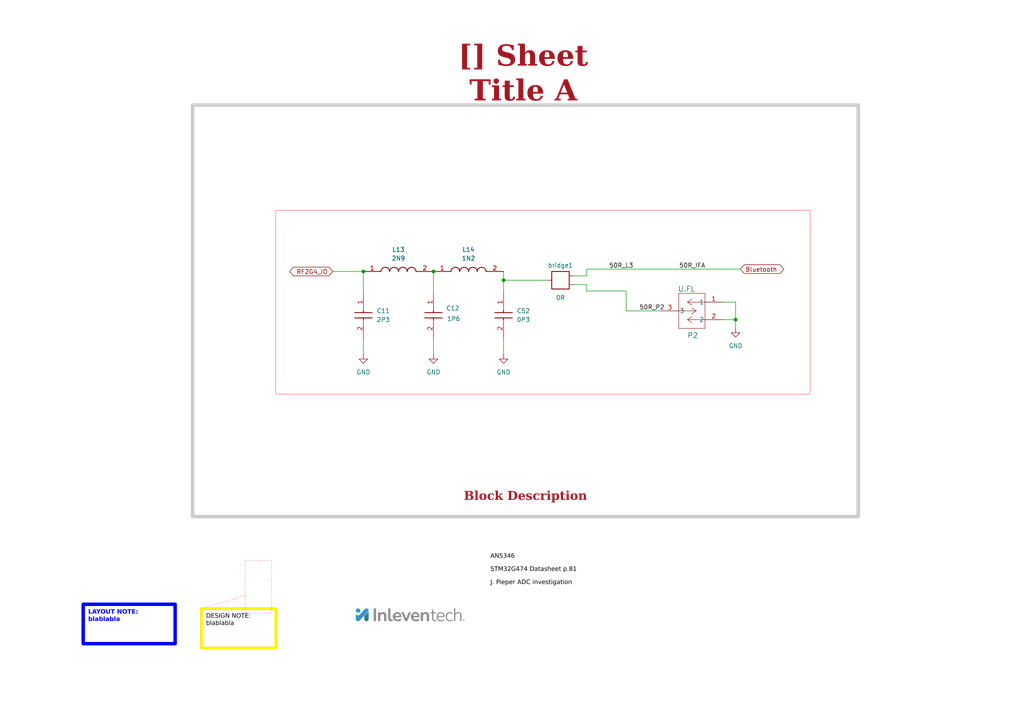
<source format=kicad_sch>
(kicad_sch (version 20250114) (generator "eeschema") (generator_version "9.0")
  (paper "A4")
  (title_block (title "Sheet Title A") (date "2025-11-08") (rev "${REVISION}") (company "${COMPANY}"))
  (lib_symbols
    (symbol "Bluetooth:R" (pin_numbers (hide yes)) (pin_names (offset 0))
      (property "Reference" "R1" (at -4.318 0.254 90))
      (property "Value" "0R" (at 4.572 0 90))
      (symbol "R_0_1"
        (rectangle (start -2.54 2.54) (end 2.54 -2.54) (stroke (width 0.254)))
      )
      (symbol "R_1_1"
        (pin passive line (at -1.27 3.81 270) (length 1.27) (name "~") (number "2"))
        (pin passive line (at 0 -3.81 90) (length 1.27) (name "~") (number "1"))
        (pin passive line (at 1.27 3.81 270) (length 1.27) (name "~") (number "3"))
      )
    )
    (symbol "Bluetooth____LoRa:20279-001E-01" (pin_names (offset 0.254))
      (property "Reference" "P2" (at 9.144 -9.652 0))
      (property "Value" "U.FL" (at 7.366 3.81 0))
      (symbol "20279-001E-01_1_1"
        (polyline (pts (xy 5.08 2.54) (xy 5.08 -7.62)) (stroke (width 0.127)))
        (polyline (pts (xy 5.08 -7.62) (xy 12.7 -7.62)) (stroke (width 0.127)))
        (polyline (pts (xy 7.62 0) (xy 8.89 0.8467)) (stroke (width 0.127)))
        (polyline (pts (xy 7.62 0) (xy 8.89 -0.8467)) (stroke (width 0.127)))
        (polyline (pts (xy 7.62 0) (xy 12.7 0)) (stroke (width 0.127)))
        (polyline (pts (xy 7.62 -5.08) (xy 8.89 -4.2333)) (stroke (width 0.127)))
        (polyline (pts (xy 7.62 -5.08) (xy 8.89 -5.9267)) (stroke (width 0.127)))
        (polyline (pts (xy 7.62 -5.08) (xy 12.7 -5.08)) (stroke (width 0.127)))
        (polyline (pts (xy 10.16 -2.54) (xy 5.08 -2.54)) (stroke (width 0.127)))
        (polyline (pts (xy 10.16 -2.54) (xy 8.89 -1.6933)) (stroke (width 0.127)))
        (polyline (pts (xy 10.16 -2.54) (xy 8.89 -3.3867)) (stroke (width 0.127)))
        (polyline (pts (xy 12.7 2.54) (xy 5.08 2.54)) (stroke (width 0.127)))
        (polyline (pts (xy 12.7 -7.62) (xy 12.7 2.54)) (stroke (width 0.127)))
        (pin unspecified line (at 0 -2.54 0) (length 5.08) (name "3") (number "3"))
        (pin unspecified line (at 17.78 0 180) (length 5.08) (name "1") (number "1"))
        (pin unspecified line (at 17.78 -5.08 180) (length 5.08) (name "2") (number "2"))
      )
      (symbol "20279-001E-01_1_2"
        (polyline (pts (xy 5.08 2.54) (xy 5.08 -7.62)) (stroke (width 0.127)))
        (polyline (pts (xy 5.08 -7.62) (xy 12.7 -7.62)) (stroke (width 0.127)))
        (polyline (pts (xy 7.62 0) (xy 5.08 0)) (stroke (width 0.127)))
        (polyline (pts (xy 7.62 0) (xy 8.89 0.8467)) (stroke (width 0.127)))
        (polyline (pts (xy 7.62 0) (xy 8.89 -0.8467)) (stroke (width 0.127)))
        (polyline (pts (xy 7.62 -2.54) (xy 5.08 -2.54)) (stroke (width 0.127)))
        (polyline (pts (xy 7.62 -2.54) (xy 8.89 -1.6933)) (stroke (width 0.127)))
        (polyline (pts (xy 7.62 -2.54) (xy 8.89 -3.3867)) (stroke (width 0.127)))
        (polyline (pts (xy 7.62 -5.08) (xy 5.08 -5.08)) (stroke (width 0.127)))
        (polyline (pts (xy 7.62 -5.08) (xy 8.89 -4.2333)) (stroke (width 0.127)))
        (polyline (pts (xy 7.62 -5.08) (xy 8.89 -5.9267)) (stroke (width 0.127)))
        (polyline (pts (xy 12.7 2.54) (xy 5.08 2.54)) (stroke (width 0.127)))
        (polyline (pts (xy 12.7 -7.62) (xy 12.7 2.54)) (stroke (width 0.127)))
        (pin unspecified line (at 0 0 0) (length 5.08) (name "3") (number "3"))
        (pin unspecified line (at 0 -2.54 0) (length 5.08) (name "2") (number "2"))
        (pin unspecified line (at 0 -5.08 0) (length 5.08) (name "1") (number "1"))
      )
    )
    (symbol "Bluetooth____LoRa:GND" (power) (pin_numbers (hide yes)) (pin_names (offset 0) (hide yes))
      (property "Value" "GND" (at 0 -3.81 0))
      (symbol "GND_0_1"
        (polyline (pts (xy 0 0) (xy 0 -1.27) (xy 1.27 -1.27) (xy 0 -2.54) (xy -1.27 -1.27) (xy 0 -1.27)))
      )
      (symbol "GND_1_1"
        (pin power_in line (at 0 0 270) (length 0) (name "~") (number "1"))
      )
    )
    (symbol "Bluetooth____LoRa:GRM0335C1H1R6WA01D" (pin_names (hide yes))
      (property "Reference" "C" (at 8.89 6.35 0))
      (property "Value" "GRM0335C1H1R6WA01D" (at 8.89 3.81 0))
      (symbol "GRM0335C1H1R6WA01D_1_1"
        (polyline (pts (xy 5.08 0) (xy 5.588 0)) (stroke (width 0.254)))
        (polyline (pts (xy 5.588 2.54) (xy 5.588 -2.54)) (stroke (width 0.254)))
        (polyline (pts (xy 7.112 2.54) (xy 7.112 -2.54)) (stroke (width 0.254)))
        (polyline (pts (xy 7.112 0) (xy 7.62 0)) (stroke (width 0.254)))
        (pin passive line (at 0 0 0) (length 5.08) (name "1") (number "1"))
        (pin passive line (at 12.7 0 180) (length 5.08) (name "2") (number "2"))
      )
    )
    (symbol "Bluetooth____LoRa:GRM0335C1H2R3WA01D" (pin_names (hide yes))
      (property "Reference" "C" (at 8.89 6.35 0))
      (property "Value" "GRM0335C1H2R3WA01D" (at 8.89 3.81 0))
      (symbol "GRM0335C1H2R3WA01D_1_1"
        (polyline (pts (xy 5.08 0) (xy 5.588 0)) (stroke (width 0.254)))
        (polyline (pts (xy 5.588 2.54) (xy 5.588 -2.54)) (stroke (width 0.254)))
        (polyline (pts (xy 7.112 2.54) (xy 7.112 -2.54)) (stroke (width 0.254)))
        (polyline (pts (xy 7.112 0) (xy 7.62 0)) (stroke (width 0.254)))
        (pin passive line (at 0 0 0) (length 5.08) (name "1") (number "1"))
        (pin passive line (at 12.7 0 180) (length 5.08) (name "2") (number "2"))
      )
    )
    (symbol "Bluetooth____LoRa:GRM0335C1HR30WA01D" (pin_names (hide yes))
      (property "Reference" "C" (at 8.89 6.35 0))
      (property "Value" "GRM0335C1HR30WA01D" (at 8.89 3.81 0))
      (symbol "GRM0335C1HR30WA01D_1_1"
        (polyline (pts (xy 5.08 0) (xy 5.588 0)) (stroke (width 0.254)))
        (polyline (pts (xy 5.588 2.54) (xy 5.588 -2.54)) (stroke (width 0.254)))
        (polyline (pts (xy 7.112 2.54) (xy 7.112 -2.54)) (stroke (width 0.254)))
        (polyline (pts (xy 7.112 0) (xy 7.62 0)) (stroke (width 0.254)))
        (pin passive line (at 0 0 0) (length 5.08) (name "1") (number "1"))
        (pin passive line (at 12.7 0 180) (length 5.08) (name "2") (number "2"))
      )
    )
    (symbol "Bluetooth____LoRa:LQP03HQ1N2W02D" (pin_names (hide yes))
      (property "Reference" "L" (at 16.51 6.35 0))
      (property "Value" "LQP03HQ1N2W02D" (at 16.51 3.81 0))
      (symbol "LQP03HQ1N2W02D_1_1"
        (arc (start 5.08 0) (mid 6.35 1.219) (end 7.62 0) (stroke (width 0.254)))
        (arc (start 7.62 0) (mid 8.89 1.219) (end 10.16 0) (stroke (width 0.254)))
        (arc (start 10.16 0) (mid 11.43 1.219) (end 12.7 0) (stroke (width 0.254)))
        (arc (start 12.7 0) (mid 13.97 1.219) (end 15.24 0) (stroke (width 0.254)))
        (pin passive line (at 0 0 0) (length 5.08) (name "1") (number "1"))
        (pin passive line (at 20.32 0 180) (length 5.08) (name "2") (number "2"))
      )
    )
    (symbol "Bluetooth____LoRa:LQP03HQ2N9B02D" (pin_names (hide yes))
      (property "Reference" "L" (at 16.51 6.35 0))
      (property "Value" "LQP03HQ2N9B02D" (at 16.51 3.81 0))
      (symbol "LQP03HQ2N9B02D_1_1"
        (arc (start 5.08 0) (mid 6.35 1.219) (end 7.62 0) (stroke (width 0.254)))
        (arc (start 7.62 0) (mid 8.89 1.219) (end 10.16 0) (stroke (width 0.254)))
        (arc (start 10.16 0) (mid 11.43 1.219) (end 12.7 0) (stroke (width 0.254)))
        (arc (start 12.7 0) (mid 13.97 1.219) (end 15.24 0) (stroke (width 0.254)))
        (pin passive line (at 0 0 0) (length 5.08) (name "1") (number "1"))
        (pin passive line (at 20.32 0 180) (length 5.08) (name "2") (number "2"))
      )
    )
  )
  (rectangle (start 80.01 60.96) (end 234.95 114.3) (stroke (width 0.0254) (color 255 0 0 1)))
  (rectangle (start 71.12 162.56) (end 78.74 177.8) (stroke (width 0) (type dot) (color 255 0 0 1)))
  (rectangle (start 55.88 30.48) (end 248.92 149.86) (stroke (width 1) (color 200 200 200 1)))
  (text "J. Pieper ADC investigation" (at 142.24 170.18 0) (effects (font (size 1.27 1.27)) (justify left bottom)))
  (text "STM32G474 Datasheet p.81" (at 142.24 166.37 0) (effects (font (size 1.27 1.27)) (justify left bottom)))
  (text "AN5346" (at 142.24 162.56 0) (effects (font (size 1.27 1.27)) (justify left bottom)))
  (text_box "LAYOUT NOTE:\nblablabla" (at 24.13 175.26 0) (size 26.67 11.43) (margins 1.4525 1.4525 1.4525 1.4525) (stroke (width 1) (color 0 0 255 1)) (effects (font (size 1.27 1.27) (thickness 0.4) (bold yes)) (justify left top)))
  (text_box "[${#}] ${TITLE}" (at 115.57 15.24 0) (size 72.39 12.7) (margins 4.4999 4.4999 4.4999 4.4999) (stroke (width -0.0001)) (effects (font (size 6 6) (thickness 1.2) (bold yes))))
  (text_box "Block Description" (at 57.15 139.7 0) (size 190.5 7.62) (margins 1.9049 1.9049 1.9049 1.9049) (stroke (width -0.0001)) (effects (font (size 2.54 2.54) (thickness 0.508) (bold yes)) (justify bottom)))
  (text_box "DESIGN NOTE:\nblablabla" (at 58.42 176.53 0) (size 21.59 11.43) (margins 1.3525 1.3525 1.3525 1.3525) (stroke (width 0.8) (color 250 236 0 1)) (effects (font (size 1.27 1.27)) (justify left top)))
  (junction (at 125.73 78.74))
  (junction (at 105.41 78.74))
  (junction (at 213.36 92.71))
  (junction (at 146.05 81.28))
  (wire (pts (xy 170.18 78.0602) (xy 214.7306 78.0602)))
  (wire (pts (xy 213.36 92.71) (xy 213.36 95.25)))
  (wire (pts (xy 181.61 90.17) (xy 191.77 90.17)))
  (wire (pts (xy 146.05 81.28) (xy 146.05 85.09)))
  (wire (pts (xy 209.55 92.71) (xy 213.36 92.71)))
  (wire (pts (xy 170.1324 82.55) (xy 170.1324 84.4102)))
  (wire (pts (xy 170.18 80.01) (xy 166.37 80.01)))
  (wire (pts (xy 170.18 78.0602) (xy 170.18 80.01)))
  (wire (pts (xy 125.73 97.79) (xy 125.73 102.87)))
  (wire (pts (xy 209.55 87.63) (xy 213.36 87.63)))
  (wire (pts (xy 166.37 82.55) (xy 170.1324 82.55)))
  (wire (pts (xy 146.05 81.28) (xy 158.75 81.28)))
  (wire (pts (xy 213.36 87.63) (xy 213.36 92.71)))
  (wire (pts (xy 125.73 78.74) (xy 125.73 85.09)))
  (wire (pts (xy 105.41 78.74) (xy 105.41 85.09)))
  (wire (pts (xy 146.05 78.74) (xy 146.05 81.28)))
  (wire (pts (xy 96.52 78.74) (xy 105.41 78.74)))
  (wire (pts (xy 105.41 97.79) (xy 105.41 102.87)))
  (wire (pts (xy 146.05 97.79) (xy 146.05 102.87)))
  (wire (pts (xy 181.61 84.4102) (xy 181.61 90.17)))
  (polyline (pts (xy 71.12 172.72) (xy 58.42 176.53)) (stroke (width 0) (type dot) (color 255 0 0 1)))
  (wire (pts (xy 170.1324 84.4102) (xy 181.61 84.4102)))
  (image (at 118.999 178.3334) (scale 0.134391))
  (label "50R_IFA" (at 196.9506 78.0602 0))
  (label "50R_L3" (at 176.6306 78.0602 0))
  (label "50R_P2" (at 185.42 90.17 0))
  (global_label "Bluetooth" (shape bidirectional) (at 214.7306 78.0602 0) (property "Intersheetrefs" "${INTERSHEET_REFS}" (effects (hide yes))))
  (global_label "RF2G4_IO" (shape bidirectional) (at 96.52 78.74 180) (property "Intersheetrefs" "${INTERSHEET_REFS}" (effects (hide yes))))
  (symbol (lib_id "Bluetooth____LoRa:GND") (at 125.73 102.87 0) (unit 1)
    (property "Reference" "#PWR029" (effects (hide yes)))
    (property "Value" "GND" (at 125.73 107.95 0))
    (property "Description" "Power symbol creates a global label with name \"GND\" , ground" (effects (hide yes)))
  )
  (symbol (lib_id "Bluetooth____LoRa:LQP03HQ2N9B02D") (at 105.41 78.74 0) (unit 1)
    (property "Reference" "L13" (at 115.57 72.39 0))
    (property "Value" "2N9" (at 115.57 74.93 0))
    (property "Footprint" "Bluetooth:LQP03HQ0N5B02D" (effects (hide yes)))
    (property "Datasheet" "https://search.murata.co.jp/Ceramy/image/img/P02/JELF243C-0021.pdf" (effects (hide yes)))
    (property "Description" "LQP03HQ_02 Series Inductor 2.9nH +/-0.1nH 0201 (0603)" (effects (hide yes)))
    (property "Height" "0.42" (effects (hide yes)))
    (property "Manufacturer_Name" "Murata Electronics" (effects (hide yes)))
    (property "Manufacturer_Part_Number" "LQP03HQ2N9B02D" (effects (hide yes)))
  )
  (symbol (lib_id "Bluetooth____LoRa:GRM0335C1H2R3WA01D") (at 105.41 85.09 270) (unit 1)
    (property "Reference" "C11" (at 109.22 90.1699 90) (effects (justify left)))
    (property "Value" "2P3" (at 109.22 92.7099 90) (effects (justify left)))
    (property "Footprint" "Bluetooth:GRM033D70J224ME01D" (effects (hide yes)))
    (property "Datasheet" "https://search.murata.co.jp/Ceramy/image/img/A01X/G101/ENG/GRM0335C1H2R3WA01-01A.pdf" (effects (hide yes)))
    (property "Description" "MLCC, 0201" (effects (hide yes)))
    (property "Height" "0.33" (effects (hide yes)))
    (property "Manufacturer_Name" "Murata Electronics" (effects (hide yes)))
    (property "Manufacturer_Part_Number" "GRM0335C1H2R3WA01D" (effects (hide yes)))
  )
  (symbol (lib_id "Bluetooth:R") (at 162.56 81.28 270) (unit 1)
    (property "Reference" "bridge1" (at 162.56 76.962 90))
    (property "Value" "0R" (at 162.56 86.36 90))
    (property "Footprint" "Bluetooth:dual bridge" (effects (hide yes)))
    (property "Description" "Resistor" (effects (hide yes)))
  )
  (symbol (lib_id "Bluetooth____LoRa:GRM0335C1HR30WA01D") (at 146.05 85.09 270) (unit 1)
    (property "Reference" "C52" (at 149.86 90.1699 90) (effects (justify left)))
    (property "Value" "0P3" (at 149.86 92.7099 90) (effects (justify left)))
    (property "Footprint" "Bluetooth:GRM033D70J224ME01D" (effects (hide yes)))
    (property "Datasheet" "https://componentsearchengine.com/Datasheets/1/GRM0335C1HR30WA01D.pdf" (effects (hide yes)))
    (property "Description" "Multilayer Ceramic Capacitors MLCC - SMD/SMT 0201 0.3pF 50volts C0G +/-0.05pF" (effects (hide yes)))
    (property "Height" "0.33" (effects (hide yes)))
    (property "Mouser Part Number" "81-GRM0335C1HR30WA1D" (effects (hide yes)))
    (property "Mouser Price/Stock" "https://www.mouser.com/Search/Refine.aspx?Keyword=81-GRM0335C1HR30WA1D" (effects (hide yes)))
    (property "Manufacturer_Name" "Murata Electronics" (effects (hide yes)))
    (property "Manufacturer_Part_Number" "GRM0335C1HR30WA01D" (effects (hide yes)))
  )
  (symbol (lib_id "Bluetooth____LoRa:20279-001E-01") (at 191.77 87.63 0) (unit 1)
    (property "Reference" "P2" (at 200.914 97.282 0) (effects (font (size 1.524 1.524))))
    (property "Value" "U.FL" (at 199.136 83.82 0) (effects (font (size 1.524 1.524))))
    (property "Footprint" "Bluetooth:MHF I_RECE_IPX" (effects (hide yes)))
    (property "Datasheet" "20279-001E-01" (effects (hide yes)))
  )
  (symbol (lib_id "Bluetooth____LoRa:GND") (at 213.36 95.25 0) (unit 1)
    (property "Reference" "#PWR027" (effects (hide yes)))
    (property "Value" "GND" (at 213.36 100.33 0))
    (property "Description" "Power symbol creates a global label with name \"GND\" , ground" (effects (hide yes)))
  )
  (symbol (lib_id "Bluetooth____LoRa:LQP03HQ1N2W02D") (at 125.73 78.74 0) (unit 1)
    (property "Reference" "L14" (at 135.89 72.39 0))
    (property "Value" "1N2" (at 135.89 74.93 0))
    (property "Footprint" "Bluetooth:LQP03HQ0N5B02D" (effects (hide yes)))
    (property "Datasheet" "https://search.murata.co.jp/Ceramy/image/img/P02/JELF243C-0021.pdf" (effects (hide yes)))
    (property "Description" "LQP03HQ_02 Series Inductor 1.2nH +/-0.05nH 0201 (0603)" (effects (hide yes)))
    (property "Height" "0.42" (effects (hide yes)))
    (property "Manufacturer_Name" "Murata Electronics" (effects (hide yes)))
    (property "Manufacturer_Part_Number" "LQP03HQ1N2W02D" (effects (hide yes)))
  )
  (symbol (lib_id "Bluetooth____LoRa:GRM0335C1H1R6WA01D") (at 125.73 85.09 270) (unit 1)
    (property "Reference" "C12" (at 131.318 89.408 90))
    (property "Value" "1P6" (at 131.572 92.456 90))
    (property "Footprint" "Bluetooth:GRM033D70J224ME01D" (effects (hide yes)))
    (property "Datasheet" "https://search.murata.co.jp/Ceramy/image/img/A01X/G101/ENG/GRM0335C1H1R6WA01-01A.pdf" (effects (hide yes)))
    (property "Description" "MLCC, 0201" (effects (hide yes)))
    (property "Height" "0.33" (effects (hide yes)))
    (property "Manufacturer_Name" "Murata Electronics" (effects (hide yes)))
    (property "Manufacturer_Part_Number" "GRM0335C1H1R6WA01D" (effects (hide yes)))
  )
  (symbol (lib_id "Bluetooth____LoRa:GND") (at 146.05 102.87 0) (unit 1)
    (property "Reference" "#PWR031" (effects (hide yes)))
    (property "Value" "GND" (at 146.05 107.95 0))
    (property "Description" "Power symbol creates a global label with name \"GND\" , ground" (effects (hide yes)))
  )
  (symbol (lib_id "Bluetooth____LoRa:GND") (at 105.41 102.87 0) (unit 1)
    (property "Reference" "#PWR028" (effects (hide yes)))
    (property "Value" "GND" (at 105.41 107.95 0))
    (property "Description" "Power symbol creates a global label with name \"GND\" , ground" (effects (hide yes)))
  )
)
</source>
